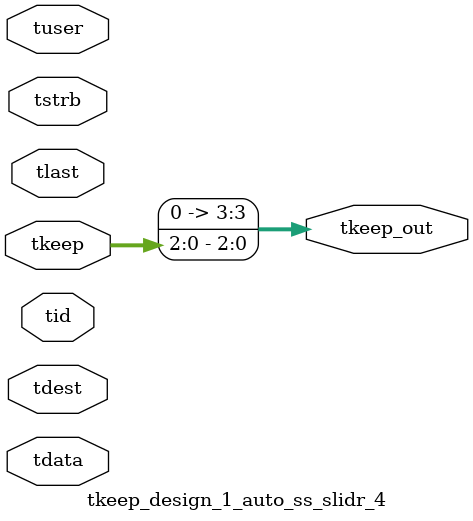
<source format=v>


`timescale 1ps/1ps

module tkeep_design_1_auto_ss_slidr_4 #
(
parameter C_S_AXIS_TDATA_WIDTH = 32,
parameter C_S_AXIS_TUSER_WIDTH = 0,
parameter C_S_AXIS_TID_WIDTH   = 0,
parameter C_S_AXIS_TDEST_WIDTH = 0,
parameter C_M_AXIS_TDATA_WIDTH = 32
)
(
input  [(C_S_AXIS_TDATA_WIDTH == 0 ? 1 : C_S_AXIS_TDATA_WIDTH)-1:0     ] tdata,
input  [(C_S_AXIS_TUSER_WIDTH == 0 ? 1 : C_S_AXIS_TUSER_WIDTH)-1:0     ] tuser,
input  [(C_S_AXIS_TID_WIDTH   == 0 ? 1 : C_S_AXIS_TID_WIDTH)-1:0       ] tid,
input  [(C_S_AXIS_TDEST_WIDTH == 0 ? 1 : C_S_AXIS_TDEST_WIDTH)-1:0     ] tdest,
input  [(C_S_AXIS_TDATA_WIDTH/8)-1:0 ] tkeep,
input  [(C_S_AXIS_TDATA_WIDTH/8)-1:0 ] tstrb,
input                                                                    tlast,
output [(C_M_AXIS_TDATA_WIDTH/8)-1:0 ] tkeep_out
);

assign tkeep_out = {tkeep[2:0]};

endmodule


</source>
